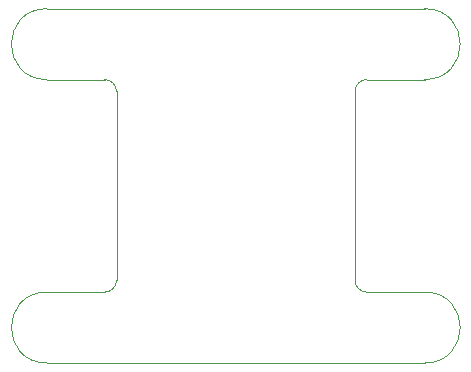
<source format=gbr>
%TF.GenerationSoftware,Altium Limited,Altium Designer,23.6.0 (18)*%
G04 Layer_Color=0*
%FSLAX45Y45*%
%MOMM*%
%TF.SameCoordinates,57B8E715-CDE8-4F81-9698-3B096703D57B*%
%TF.FilePolarity,Positive*%
%TF.FileFunction,Profile,NP*%
%TF.Part,Single*%
G01*
G75*
%TA.AperFunction,Profile*%
%ADD41C,0.02540*%
D41*
X-1600000Y-0D02*
X1200000Y0D01*
X1599999Y1D01*
D02*
G03*
X1599999Y600001I0J300000D01*
G01*
X1109999Y599949D01*
D02*
G02*
X1009968Y700291I10J100041D01*
G01*
X1010010Y2299706D01*
D02*
G02*
X1110042Y2400029I100032J291D01*
G01*
X1600040Y2399998D01*
D02*
G03*
X1600040Y2999999I0J300000D01*
G01*
X1200041Y2999998D01*
X-1599957Y3000000D01*
D02*
G03*
X-1599957Y2400000I0J-300000D01*
G01*
X-1109958Y2400052D01*
D02*
G02*
X-1009926Y2299709I-10J-100042D01*
G01*
X-1009968Y700291D01*
D02*
G02*
X-1110000Y599968I-100032J-291D01*
G01*
X-1600000Y600000D01*
D02*
G03*
X-1600000Y-0I0J-300000D01*
G01*
%TF.MD5,f78093fa51a1b1f420dc6e1b110fce95*%
M02*

</source>
